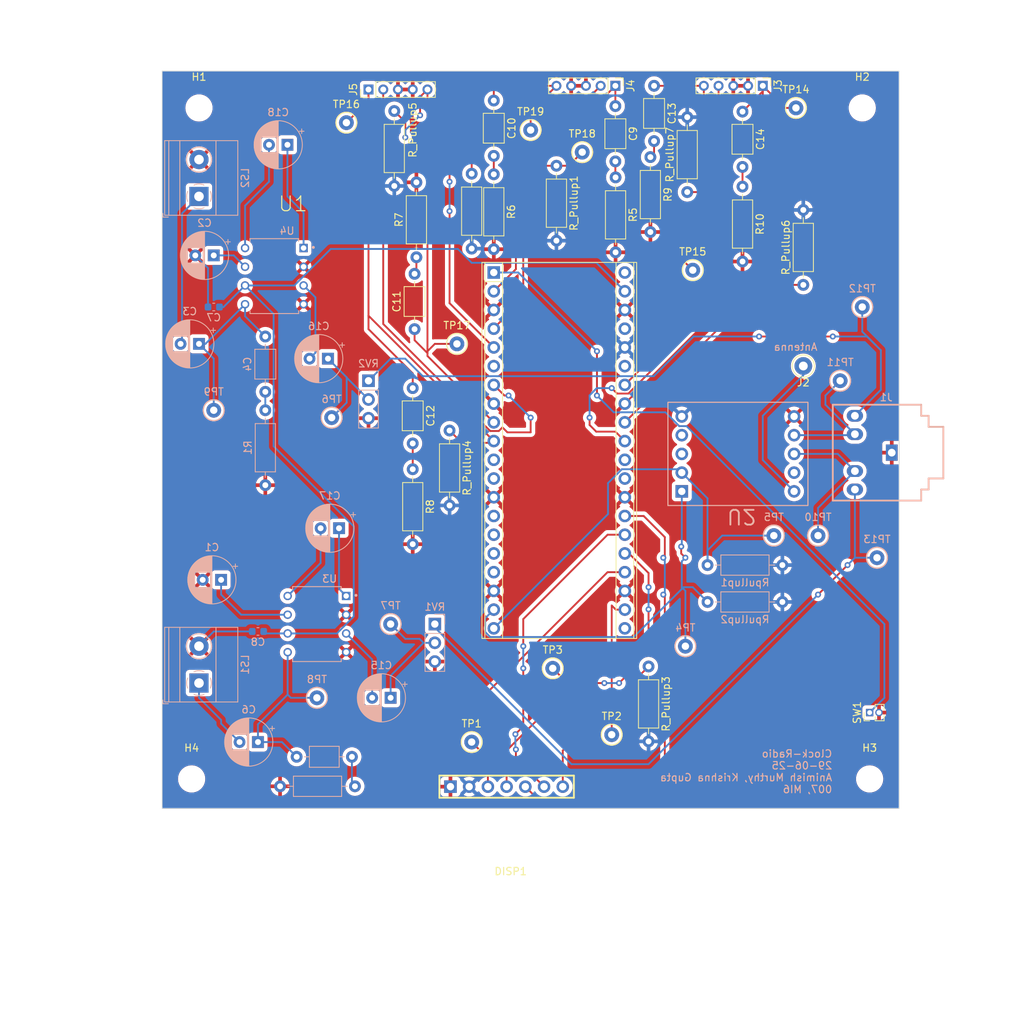
<source format=kicad_pcb>
(kicad_pcb (version 20221018) (generator pcbnew)
  (layers (0 "F.Cu" signal) (31 "B.Cu" signal) (34 "B.Paste" user) (35 "F.Paste" user) (36 "B.SilkS" user "B.Silkscreen") (37 "F.SilkS" user "F.Silkscreen") (38 "B.Mask" user) (39 "F.Mask" user) (44 "Edge.Cuts" user))
  (net 0 "")
  (net 1 "Net-(U3-BYPASS)")
  (net 2 "GND")
  (net 3 "Net-(U4-BYPASS)")
  (net 4 "Net-(C3-Pad2)")
  (net 5 "/ROUT")
  (net 6 "/LOUT")
  (net 7 "Net-(C11-Pad2)")
  (net 8 "Net-(C10-Pad2)")
  (net 9 "Net-(C13-Pad2)")
  (net 10 "Net-(C14-Pad2)")
  (net 11 "/3V3")
  (net 12 "/SCK")
  (net 13 "/SDA")
  (net 14 "/RES")
  (net 15 "/DC")
  (net 16 "/CS")
  (net 17 "/RSpeaker")
  (net 18 "/LSpeaker")
  (net 19 "Net-(J2-Pin_1)")
  (net 20 "/I2CSCK")
  (net 21 "/I2CTX")
  (net 22 "Net-(U3-+)")
  (net 23 "Net-(U4-+)")
  (net 24 "/SW1")
  (net 25 "/SW2")
  (net 26 "/SW3")
  (net 27 "/SW4")
  (net 28 "Net-(C3-Pad1)")
  (net 29 "Net-(C4-Pad2)")
  (net 30 "Net-(C5-Pad1)")
  (net 31 "Net-(C5-Pad2)")
  (net 32 "Net-(C6-Pad2)")
  (net 44 "+5V")
  (net 48 "Net-(C17-Pad1)")
  (net 49 "Net-(C17-Pad2)")
  (net 50 "Net-(C18-Pad1)")
  (net 51 "Net-(C18-Pad2)")
  (net 52 "/ROT1B")
  (net 53 "Net-(C9-Pad2)")
  (net 54 "/ROT1A")
  (net 55 "/ROT2A")
  (net 56 "/ROT2B")
  (net 57 "Net-(C12-Pad2)")
  (net 58 "/ROT3A")
  (net 59 "/ROT3B")
  (net 60 "5V")
  (net 61 "Net-(C15-Pad1)")
  (net 62 "Net-(C16-Pad1)")
  (footprint "Capacitor_THT:C_Axial_L3.8mm_D2.6mm_P7.50mm_Horizontal" (layer "F.Cu") (at 129.25 78.26 90)
    (fp_text reference "C11")
    (fp_text value "0.05 µF")
  )
  (footprint "Capacitor_THT:C_Axial_L3.8mm_D2.6mm_P7.50mm_Horizontal" (layer "F.Cu") (at 140 47.26 -90)
    (fp_text reference "C10")
    (fp_text value "0.05 µF")
  )
  (footprint "Capacitor_THT:C_Axial_L3.8mm_D2.6mm_P7.50mm_Horizontal" (layer "F.Cu") (at 161.75 45.26 -90)
    (fp_text reference "C13")
    (fp_text value "0.05 µF")
  )
  (footprint "Resistor_THT:R_Axial_DIN0207_L6.3mm_D2.5mm_P10.16mm_Horizontal" (layer "F.Cu") (at 166.25 59.67 90)
    (fp_text reference "R_Pullup7")
    (fp_text value "2kΩ")
  )
  (footprint "Resistor_THT:R_Axial_DIN0207_L6.3mm_D2.5mm_P10.16mm_Horizontal" (layer "F.Cu") (at 140 57.26 -90)
    (fp_text reference "R6")
    (fp_text value "10Ω")
  )
  (footprint "TestPoint:TestPoint_Keystone_5000-5004_Miniature" (layer "F.Cu") (at 156 133.26)
    (fp_text reference "TP2")
    (fp_text value "TestPoint")
  )
  (footprint "TestPoint:TestPoint_Keystone_5000-5004_Miniature" (layer "F.Cu") (at 152 54.26)
    (fp_text reference "TP18")
    (fp_text value "TestPoint")
  )
  (footprint "Capacitor_THT:C_Axial_L3.8mm_D2.6mm_P7.50mm_Horizontal" (layer "F.Cu") (at 173.75 48.76 -90)
    (fp_text reference "C14")
    (fp_text value "0.05 µF")
  )
  (footprint "Resistor_THT:R_Axial_DIN0207_L6.3mm_D2.5mm_P10.16mm_Horizontal" (layer "F.Cu") (at 126.5 48.68 -90)
    (fp_text reference "R_Pullup5")
    (fp_text value "2kΩ")
  )
  (footprint "Connector_PinHeader_2.00mm:PinHeader_1x05_P2.00mm_Vertical" (layer "F.Cu") (at 123 45.76 90)
    (fp_text reference "J5")
    (fp_text value "Conn_01x05")
  )
  (footprint "Resistor_THT:R_Axial_DIN0207_L6.3mm_D2.5mm_P10.16mm_Horizontal" (layer "F.Cu") (at 129 97.26 -90)
    (fp_text reference "R8")
    (fp_text value "10Ω")
  )
  (footprint "MountingHole:MountingHole_3.2mm_M3" (layer "F.Cu") (at 191 139.26)
    (fp_text reference "H3")
    (fp_text value "MountingHole")
  )
  (footprint "Resistor_THT:R_Axial_DIN0207_L6.3mm_D2.5mm_P10.16mm_Horizontal" (layer "F.Cu") (at 161 124.01 -90)
    (fp_text reference "R_Pullup3")
    (fp_text value "2kΩ")
  )
  (footprint "TestPoint:TestPoint_Keystone_5000-5004_Miniature" (layer "F.Cu") (at 145 51.26)
    (fp_text reference "TP19")
    (fp_text value "TestPoint")
  )
  (footprint "TestPoint:TestPoint_Keystone_5000-5004_Miniature" (layer "F.Cu") (at 181 48.26)
    (fp_text reference "TP14")
    (fp_text value "TestPoint")
  )
  (footprint "TestPoint:TestPoint_Keystone_5000-5004_Miniature" (layer "F.Cu") (at 120 50.26)
    (fp_text reference "TP16")
    (fp_text value "TestPoint")
  )
  (footprint "Resistor_THT:R_Axial_DIN0207_L6.3mm_D2.5mm_P10.16mm_Horizontal" (layer "F.Cu") (at 156.525236 57.679999 -90)
    (fp_text reference "R5")
    (fp_text value "10Ω")
  )
  (footprint "TestPoint:TestPoint_Keystone_5000-5004_Miniature" (layer "F.Cu") (at 148 124.26)
    (fp_text reference "TP3")
    (fp_text value "TestPoint")
  )
  (footprint "Connector_Pin:Pin_D1.0mm_L10.0mm_LooseFit" (layer "F.Cu") (at 182 83.26)
    (fp_text reference "J2")
    (fp_text value "Conn_01x01_Pin")
  )
  (footprint "Connector_PinHeader_2.00mm:PinHeader_1x05_P2.00mm_Vertical" (layer "F.Cu") (at 176.5 45.26 -90)
    (fp_text reference "J3")
    (fp_text value "Conn_01x05")
  )
  (footprint "ECE:RPi_Pico_TH" (layer "F.Cu") (at 148.89 94.71)
    (fp_text reference "U1")
    (fp_text value "RPi_Pico_TH")
  )
  (footprint "Resistor_THT:R_Axial_DIN0207_L6.3mm_D2.5mm_P10.16mm_Horizontal" (layer "F.Cu") (at 182 72.26 90)
    (fp_text reference "R_Pullup6")
    (fp_text value "2kΩ")
  )
  (footprint "ECE:OLED_Display_1.3" (layer "F.Cu") (at 124 172.26)
    (fp_text reference "DISP1")
    (fp_text value "OLED Display")
  )
  (footprint "MountingHole:MountingHole_3.2mm_M3" (layer "F.Cu") (at 100 48.26)
    (fp_text reference "H1")
    (fp_text value "MountingHole")
  )
  (footprint "Capacitor_THT:C_Axial_L3.8mm_D2.6mm_P7.50mm_Horizontal" (layer "F.Cu") (at 156.5 48.01 -90)
    (fp_text reference "C9")
    (fp_text value "0.05 µF")
  )
  (footprint "Connector_PinHeader_2.00mm:PinHeader_1x05_P2.00mm_Vertical" (layer "F.Cu") (at 156.5 45.26 -90)
    (fp_text reference "J4")
    (fp_text value "Conn_01x05")
  )
  (footprint "TestPoint:TestPoint_Keystone_5000-5004_Miniature" (layer "F.Cu") (at 167 70.26)
    (fp_text reference "TP15")
    (fp_text value "TestPoint")
  )
  (footprint "TestPoint:TestPoint_Keystone_5000-5004_Miniature" (layer "F.Cu") (at 135 80.26)
    (fp_text reference "TP17")
    (fp_text value "TestPoint")
  )
  (footprint "Capacitor_THT:C_Axial_L3.8mm_D2.6mm_P7.50mm_Horizontal" (layer "F.Cu") (at 129 86.26 -90)
    (fp_text reference "C12")
    (fp_text value "0.05 µF")
  )
  (footprint "Resistor_THT:R_Axial_DIN0207_L6.3mm_D2.5mm_P10.16mm_Horizontal" (layer "F.Cu") (at 134 92.01 -90)
    (fp_text reference "R_Pullup4")
    (fp_text value "2kΩ")
  )
  (footprint "Connector_PinHeader_1.27mm:PinHeader_1x02_P1.27mm_Vertical" (layer "F.Cu") (at 191 130.26 90)
    (fp_text reference "SW1")
    (fp_text value "SW_Push")
  )
  (footprint "MountingHole:MountingHole_3.2mm_M3" (layer "F.Cu") (at 190 48.26)
    (fp_text reference "H2")
    (fp_text value "MountingHole")
  )
  (footprint "Resistor_THT:R_Axial_DIN0207_L6.3mm_D2.5mm_P10.16mm_Horizontal" (layer "F.Cu") (at 161.25 54.93 -90)
    (fp_text reference "R9")
    (fp_text value "10Ω")
  )
  (footprint "MountingHole:MountingHole_3.2mm_M3" (layer "F.Cu") (at 99 139.26)
    (fp_text reference "H4")
    (fp_text value "MountingHole")
  )
  (footprint "Resistor_THT:R_Axial_DIN0207_L6.3mm_D2.5mm_P10.16mm_Horizontal" (layer "F.Cu") (at 148.5 56.1 -90)
    (fp_text reference "R_Pullup1")
    (fp_text value "2kΩ")
  )
  (footprint "Resistor_THT:R_Axial_DIN0207_L6.3mm_D2.5mm_P10.16mm_Horizontal" (layer "F.Cu") (at 173.75 58.93 -90)
    (fp_text reference "R10")
    (fp_text value "10Ω")
  )
  (footprint "Resistor_THT:R_Axial_DIN0207_L6.3mm_D2.5mm_P10.16mm_Horizontal" (layer "F.Cu") (at 137 57.18 -90)
    (fp_text reference "R_Pullup2" hide)
    (fp_text value "2kΩ")
  )
  (footprint "TestPoint:TestPoint_Keystone_5000-5004_Miniature" (layer "F.Cu") (at 137 134.26)
    (fp_text reference "TP1")
    (fp_text value "TestPoint")
  )
  (footprint "Resistor_THT:R_Axial_DIN0207_L6.3mm_D2.5mm_P10.16mm_Horizontal" (layer "F.Cu") (at 129.5 68.51 90)
    (fp_text reference "R7")
    (fp_text value "10Ω")
  )
  (footprint "Resistor_THT:R_Axial_DIN0207_L6.3mm_D2.5mm_P10.16mm_Horizontal" (layer "B.Cu") (at 121.16 140.26 180)
    (fp_text reference "R2" hide)
    (fp_text value "10Ω")
  )
  (footprint "Capacitor_THT:CP_Radial_D6.3mm_P2.50mm" (layer "B.Cu") (at 103 112.26 180)
    (fp_text reference "C1")
    (fp_text value "10 µF")
  )
  (footprint "Connector_PinHeader_2.54mm:PinHeader_1x03_P2.54mm_Vertical" (layer "B.Cu") (at 123 85.26 180)
    (fp_text reference "RV2")
    (fp_text value "10kΩ")
  )
  (footprint "TestPoint:TestPoint_Keystone_5000-5004_Miniature" (layer "B.Cu") (at 190 75.26 180)
    (fp_text reference "TP12")
    (fp_text value "TestPoint")
  )
  (footprint "Capacitor_THT:CP_Radial_D6.3mm_P2.50mm" (layer "B.Cu") (at 108 134.26 180)
    (fp_text reference "C6")
    (fp_text value "470 µF")
  )
  (footprint "TestPoint:TestPoint_Keystone_5000-5004_Miniature" (layer "B.Cu") (at 166 121.26 180)
    (fp_text reference "TP4")
    (fp_text value "TestPoint")
  )
  (footprint "ECE:RDA5807M_Module_TH" (layer "B.Cu") (at 173.13 95.18)
    (fp_text reference "U2")
    (fp_text value "RDA5807M_Module")
  )
  (footprint "Capacitor_SMD:C_0603_1608Metric" (layer "B.Cu") (at 102 75.26)
    (fp_text reference "C7")
    (fp_text value "0.1 µF")
  )
  (footprint "LM386N_4:DIP794W45P254L1016H508Q8" (layer "B.Cu") (at 116 118.26 180)
    (fp_text reference "U3")
    (fp_text value "LM386")
  )
  (footprint "TestPoint:TestPoint_Keystone_5000-5004_Miniature" (layer "B.Cu") (at 178 106.26 180)
    (fp_text reference "TP5")
    (fp_text value "TestPoint")
  )
  (footprint "Capacitor_THT:CP_Radial_D6.3mm_P2.50mm" (layer "B.Cu") (at 100 80.26 180)
    (fp_text reference "C3")
    (fp_text value "470 µF")
  )
  (footprint "Capacitor_THT:CP_Radial_D6.3mm_P2.50mm" (layer "B.Cu") (at 112 53.26 180)
    (fp_text reference "C18")
    (fp_text value "10 µF")
  )
  (footprint "TestPoint:TestPoint_Keystone_5000-5004_Miniature" (layer "B.Cu") (at 192 109.26 180)
    (fp_text reference "TP13")
    (fp_text value "TestPoint")
  )
  (footprint "TestPoint:TestPoint_Keystone_5000-5004_Miniature" (layer "B.Cu") (at 118 90.26 180)
    (fp_text reference "TP6")
    (fp_text value "TestPoint")
  )
  (footprint "TestPoint:TestPoint_Keystone_5000-5004_Miniature" (layer "B.Cu") (at 102 89.26 180)
    (fp_text reference "TP9")
    (fp_text value "TestPoint")
  )
  (footprint "Capacitor_THT:C_Axial_L3.8mm_D2.6mm_P7.50mm_Horizontal" (layer "B.Cu") (at 109 79.26 -90)
    (fp_text reference "C4")
    (fp_text value "0.05 µF")
  )
  (footprint "LM386N_4:DIP794W45P254L1016H508Q8" (layer "B.Cu") (at 110.22 71.07 180)
    (fp_text reference "U4")
    (fp_text value "LM386")
  )
  (footprint "TestPoint:TestPoint_Keystone_5000-5004_Miniature" (layer "B.Cu") (at 126 118.26 180)
    (fp_text reference "TP7")
    (fp_text value "TestPoint")
  )
  (footprint "Capacitor_THT:C_Axial_L3.8mm_D2.6mm_P7.50mm_Horizontal" (layer "B.Cu") (at 113.25 136.26)
    (fp_text reference "C5" hide)
    (fp_text value "0.05 µF")
  )
  (footprint "TestPoint:TestPoint_Keystone_5000-5004_Miniature" (layer "B.Cu") (at 184 106.26 180)
    (fp_text reference "TP10")
    (fp_text value "TestPoint")
  )
  (footprint "Capacitor_THT:CP_Radial_D6.3mm_P2.50mm" (layer "B.Cu") (at 119 105.26 180)
    (fp_text reference "C17")
    (fp_text value "10 µF")
  )
  (footprint "Capacitor_THT:CP_Radial_D6.3mm_P2.50mm" (layer "B.Cu") (at 117.5 82.26 180)
    (fp_text reference "C16")
    (fp_text value "470 µF")
  )
  (footprint "Resistor_THT:R_Axial_DIN0207_L6.3mm_D2.5mm_P10.16mm_Horizontal" (layer "B.Cu") (at 109 89.26 -90)
    (fp_text reference "R1")
    (fp_text value "10Ω")
  )
  (footprint "ECE:CUE_SJ1-352XNG" (layer "B.Cu") (at 194 95.01 180)
    (fp_text reference "J1")
    (fp_text value "Jack")
  )
  (footprint "TestPoint:TestPoint_Keystone_5000-5004_Miniature" (layer "B.Cu") (at 116 128.26 180)
    (fp_text reference "TP8")
    (fp_text value "TestPoint")
  )
  (footprint "TerminalBlock_Phoenix:TerminalBlock_Phoenix_MKDS-1,5-2_1x02_P5.00mm_Horizontal" (layer "B.Cu") (at 100 126.26 90)
    (fp_text reference "LS1")
    (fp_text value "Speaker")
  )
  (footprint "Capacitor_THT:CP_Radial_D6.3mm_P2.50mm" (layer "B.Cu") (at 126 128.26 180)
    (fp_text reference "C15")
    (fp_text value "470 µF")
  )
  (footprint "Resistor_THT:R_Axial_DIN0207_L6.3mm_D2.5mm_P10.16mm_Horizontal" (layer "B.Cu") (at 169 110.26)
    (fp_text reference "Rpullup1")
    (fp_text value "2k")
  )
  (footprint "Connector_PinHeader_2.54mm:PinHeader_1x03_P2.54mm_Vertical" (layer "B.Cu") (at 132 118.26 180)
    (fp_text reference "RV1")
    (fp_text value "10kΩ")
  )
  (footprint "Resistor_THT:R_Axial_DIN0207_L6.3mm_D2.5mm_P10.16mm_Horizontal" (layer "B.Cu") (at 169 115.26)
    (fp_text reference "Rpullup2")
    (fp_text value "2k")
  )
  (footprint "Capacitor_THT:CP_Radial_D6.3mm_P2.50mm" (layer "B.Cu") (at 102 68.26 180)
    (fp_text reference "C2")
    (fp_text value "10 µF")
  )
  (footprint "TerminalBlock_Phoenix:TerminalBlock_Phoenix_MKDS-1,5-2_1x02_P5.00mm_Horizontal" (layer "B.Cu") (at 100 60.26 90)
    (fp_text reference "LS2")
    (fp_text value "Speaker")
  )
  (footprint "TestPoint:TestPoint_Keystone_5000-5004_Miniature" (layer "B.Cu") (at 187 85.26 180)
    (fp_text reference "TP11")
    (fp_text value "TestPoint")
  )
  (footprint "Capacitor_SMD:C_0603_1608Metric" (layer "B.Cu") (at 108 119.26)
    (fp_text reference "C8")
    (fp_text value "0.1 µF")
  )
  (gr_rect (start 95 43.26) (end 195 143.26) (stroke (width 0.1)) (fill none) (layer "Edge.Cuts"))
  (gr_text "Antenna" (at 184 81.26) (layer "B.SilkS") (effects (font (size 1 1)) (justify left bottom mirror)))
  (gr_text "Clock-Radio\n29-06-25\nAnimish Murthy, Krishna Gupta\n007, MI6" (at 186 141.26) (layer "B.SilkS") (effects (font (size 1 1)) (justify left bottom mirror)))
  (segment (start 105.73 116.99) (end 103 114.26) (width 0.25) (layer "B.Cu") (net 1))
  (segment (start 112.03 116.99) (end 105.73 116.99) (width 0.25) (layer "B.Cu") (net 1))
  (segment (start 103 114.26) (end 103 112.26) (width 0.25) (layer "B.Cu") (net 1))
  (segment (start 157.78 88.36) (end 173.75 72.39) (width 0.25) (layer "F.Cu") (net 2))
  (segment (start 173.75 72.39) (end 173.75 69.09) (width 0.25) (layer "F.Cu") (net 2))
  (segment (start 101.225 69.985) (end 99.5 68.26) (width 0.25) (layer "B.Cu") (net 2))
  (segment (start 101.225 75.26) (end 101.225 69.985) (width 0.25) (layer "B.Cu") (net 2))
  (segment (start 107.225 119.26) (end 102 119.26) (width 0.25) (layer "B.Cu") (net 2))
  (segment (start 102 119.26) (end 100 121.26) (width 0.25) (layer "B.Cu") (net 2))
  (segment (start 102 68.26) (end 104.71 68.26) (width 0.25) (layer "B.Cu") (net 3))
  (segment (start 104.71 68.26) (end 106.25 69.8) (width 0.25) (layer "B.Cu") (net 3))
  (segment (start 97.695 62.565) (end 97.695 80.065) (width 0.25) (layer "B.Cu") (net 4))
  (segment (start 97.695 80.065) (end 97.5 80.26) (width 0.25) (layer "B.Cu") (net 4))
  (segment (start 100 60.26) (end 97.695 62.565) (width 0.25) (layer "B.Cu") (net 4))
  (segment (start 189 92.51) (end 185 88.51) (width 0.25) (layer "B.Cu") (net 5))
  (segment (start 185 88.51) (end 185 87.26) (width 0.25) (layer "B.Cu") (net 5))
  (segment (start 185 87.26) (end 187 85.26) (width 0.25) (layer "B.Cu") (net 5))
  (segment (start 188.87 92.64) (end 189 92.51) (width 0.25) (layer "B.Cu") (net 5))
  (segment (start 180.75 92.64) (end 188.87 92.64) (width 0.25) (layer "B.Cu") (net 5))
  (segment (start 184 102.51) (end 189 97.51) (width 0.25) (layer "B.Cu") (net 6))
  (segment (start 184 106.26) (end 184 102.51) (width 0.25) (layer "B.Cu") (net 6))
  (segment (start 186.67 95.18) (end 189 97.51) (width 0.25) (layer "B.Cu") (net 6))
  (segment (start 180.75 95.18) (end 186.67 95.18) (width 0.25) (layer "B.Cu") (net 6))
  (segment (start 129.5 70.51) (end 129.5 68.51) (width 0.25) (layer "F.Cu") (net 7))
  (segment (start 129.25 70.76) (end 129.5 70.51) (width 0.25) (layer "F.Cu") (net 7))
  (segment (start 140 54.76) (end 140 57.26) (width 0.25) (layer "F.Cu") (net 8))
  (segment (start 161.75 52.76) (end 161.75 54.43) (width 0.25) (layer "F.Cu") (net 9))
  (segment (start 161.75 54.43) (end 161.25 54.93) (width 0.25) (layer "F.Cu") (net 9))
  (segment (start 173.75 56.26) (end 173.75 58.93) (width 0.25) (layer "F.Cu") (net 10))
  (segment (start 139 136.26) (end 139.2 136.26) (width 0.25) (layer "F.Cu") (net 12))
  (segment (start 139.2 136.26) (end 139.2 140.31) (width 0.25) (layer "F.Cu") (net 12))
  (segment (start 139.2 127.46) (end 139.2 136.26) (width 0.25) (layer "F.Cu") (net 12))
  (segment (start 137 134.26) (end 139 136.26) (width 0.25) (layer "F.Cu") (net 12))
  (segment (start 155.44 111.22) (end 157.78 111.22) (width 0.25) (layer "F.Cu") (net 12))
  (segment (start 139.2 127.46) (end 155.44 111.22) (width 0.25) (layer "F.Cu") (net 12))
  (segment (start 159.065 122.195) (end 161 120.26) (width 0.25) (layer "F.Cu") (net 13))
  (segment (start 155 126.26) (end 150.89 126.26) (width 0.25) (layer "F.Cu") (net 13))
  (segment (start 141.74 135.41) (end 141.74 140.31) (width 0.25) (layer "F.Cu") (net 13))
  (segment (start 157 126.26) (end 159.065 124.195) (width 0.25) (layer "F.Cu") (net 13))
  (segment (start 159.065 124.195) (end 159.065 122.195) (width 0.25) (layer "F.Cu") (net 13))
  (segment (start 148 124.26) (end 150 126.26) (width 0.25) (layer "F.Cu") (net 13))
  (segment (start 150 126.26) (end 150.89 126.26) (width 0.25) (layer "F.Cu") (net 13))
  (segment (start 161 113.26) (end 161 111.34) (width 0.25) (layer "F.Cu") (net 13))
  (segment (start 150.89 126.26) (end 141.74 135.41) (width 0.25) (layer "F.Cu") (net 13))
  (segment (start 161 111.34) (end 158.34 108.68) (width 0.25) (layer "F.Cu") (net 13))
  (segment (start 161 120.26) (end 161 116.26) (width 0.25) (layer "F.Cu") (net 13))
  (via (at 155 126.26) (size 0.8) (drill 0.4) (layers "F.Cu" "B.Cu") (net 13))
  (via (at 161 113.26) (size 0.8) (drill 0.4) (layers "F.Cu" "B.Cu") (net 13))
  (via (at 161 116.26) (size 0.8) (drill 0.4) (layers "F.Cu" "B.Cu") (net 13))
  (via (at 157 126.26) (size 0.8) (drill 0.4) (layers "F.Cu" "B.Cu") (net 13))
  (segment (start 161 116.26) (end 161 113.26) (width 0.25) (layer "B.Cu") (net 13))
  (segment (start 157 126.26) (end 155 126.26) (width 0.25) (layer "B.Cu") (net 13))
  (segment (start 163 114.26) (end 163.205 114.465) (width 0.25) (layer "F.Cu") (net 14))
  (segment (start 163.205 114.055) (end 163 114.26) (width 0.25) (layer "F.Cu") (net 14))
  (segment (start 163 109.26) (end 163.205 109.465) (width 0.25) (layer "F.Cu") (net 14))
  (segment (start 163.205 136.93) (end 157.9 142.235) (width 0.25) (layer "F.Cu") (net 14))
  (segment (start 160.34 103.6) (end 157.78 103.6) (width 0.25) (layer "F.Cu") (net 14))
  (segment (start 163.205 114.465) (end 163.205 136.93) (width 0.25) (layer "F.Cu") (net 14))
  (segment (start 163.205 106.465) (end 163.205 109.055) (width 0.25) (layer "F.Cu") (net 14))
  (segment (start 163.205 106.465) (end 160.34 103.6) (width 0.25) (layer "F.Cu") (net 14))
  (segment (start 157.9 142.235) (end 146.205 142.235) (width 0.25) (layer "F.Cu") (net 14))
  (segment (start 163.205 109.055) (end 163 109.26) (width 0.25) (layer "F.Cu") (net 14))
  (segment (start 146.205 142.235) (end 144.28 140.31) (width 0.25) (layer "F.Cu") (net 14))
  (via (at 163 114.26) (size 0.8) (drill 0.4) (layers "F.Cu" "B.Cu") (net 14))
  (via (at 163 109.26) (size 0.8) (drill 0.4) (layers "F.Cu" "B.Cu") (net 14))
  (segment (start 163.205 109.465) (end 163.205 114.055) (width 0.25) (layer "B.Cu") (net 14))
  (segment (start 155.44 106.14) (end 157.78 106.14) (width 0.25) (layer "F.Cu") (net 15))
  (segment (start 144 117.58) (end 155.44 106.14) (width 0.25) (layer "F.Cu") (net 15))
  (segment (start 143 135.26) (end 143 136.49) (width 0.25) (layer "F.Cu") (net 15))
  (segment (start 144 132.124694) (end 142.932347 133.192347) (width 0.25) (layer "F.Cu") (net 15))
  (segment (start 144 124.26) (end 144 132.124694) (width 0.25) (layer "F.Cu") (net 15))
  (segment (start 144 117.58) (end 144 121.26) (width 0.25) (layer "F.Cu") (net 15))
  (segment (start 143 136.49) (end 146.82 140.31) (width 0.25) (layer "F.Cu") (net 15))
  (via (at 144 124.26) (size 0.8) (drill 0.4) (layers "F.Cu" "B.Cu") (net 15))
  (via (at 142.932347 133.192347) (size 0.8) (drill 0.4) (layers "F.Cu" "B.Cu") (net 15))
  (via (at 144 121.26) (size 0.8) (drill 0.4) (layers "F.Cu" "B.Cu") (net 15))
  (via (at 143 135.26) (size 0.8) (drill 0.4) (layers "F.Cu" "B.Cu") (net 15))
  (segment (start 142.932347 133.192347) (end 142.932347 135.192347) (width 0.25) (layer "B.Cu") (net 15))
  (segment (start 144 121.26) (end 144 124.26) (width 0.25) (layer "B.Cu") (net 15))
  (segment (start 142.932347 135.192347) (end 143 135.26) (width 0.25) (layer "B.Cu") (net 15))
  (segment (start 161 124.01) (end 156.75 128.26) (width 0.25) (layer "F.Cu") (net 16))
  (segment (start 156.56 116.3) (end 157.78 116.3) (width 0.25) (layer "F.Cu") (net 16))
  (segment (start 156 128.26) (end 156 128.77) (width 0.25) (layer "F.Cu") (net 16))
  (segment (start 149.36 135.41) (end 149.36 140.31) (width 0.25) (layer "F.Cu") (net 16))
  (segment (start 156 115.74) (end 156.56 116.3) (width 0.25) (layer "F.Cu") (net 16))
  (segment (start 156 128.26) (end 156 115.74) (width 0.25) (layer "F.Cu") (net 16))
  (segment (start 156 128.26) (end 156 133.26) (width 0.25) (layer "F.Cu") (net 16))
  (segment (start 156 128.77) (end 149.36 135.41) (width 0.25) (layer "F.Cu") (net 16))
  (segment (start 156.75 128.26) (end 156 128.26) (width 0.25) (layer "F.Cu") (net 16))
  (segment (start 176 79.26) (end 186 79.26) (width 0.25) (layer "F.Cu") (net 17))
  (via (at 176 79.26) (size 0.8) (drill 0.4) (layers "F.Cu" "B.Cu") (net 17))
  (via (at 186 79.26) (size 0.8) (drill 0.4) (layers "F.Cu" "B.Cu") (net 17))
  (segment (start 167.101701 79.26) (end 161.716701 84.645) (width 0.25) (layer "B.Cu") (net 17))
  (segment (start 190 75.26) (end 190 78.603324) (width 0.25) (layer "B.Cu") (net 17))
  (segment (start 130.365 84.645) (end 127.98 82.26) (width 0.25) (layer "B.Cu") (net 17))
  (segment (start 176 79.26) (end 167.101701 79.26) (width 0.25) (layer "B.Cu") (net 17))
  (segment (start 126 82.26) (end 123 85.26) (width 0.25) (layer "B.Cu") (net 17))
  (segment (start 189 90.01) (end 192.525 86.485) (width 0.25) (layer "B.Cu") (net 17))
  (segment (start 191.828338 80.431662) (end 190.656676 79.26) (width 0.25) (layer "B.Cu") (net 17))
  (segment (start 161.716701 84.645) (end 130.365 84.645) (width 0.25) (layer "B.Cu") (net 17))
  (segment (start 190.656676 79.26) (end 186 79.26) (width 0.25) (layer "B.Cu") (net 17))
  (segment (start 190 78.603324) (end 191.828338 80.431662) (width 0.25) (layer "B.Cu") (net 17))
  (segment (start 192.525 81.128324) (end 191.828338 80.431662) (width 0.25) (layer "B.Cu") (net 17))
  (segment (start 127.98 82.26) (end 126 82.26) (width 0.25) (layer "B.Cu") (net 17))
  (segment (start 192.525 86.485) (end 192.525 81.128324) (width 0.25) (layer "B.Cu") (net 17))
  (segment (start 184 114.26) (end 188 110.26) (width 0.25) (layer "F.Cu") (net 18))
  (via (at 184 114.26) (size 0.8) (drill 0.4) (layers "F.Cu" "B.Cu") (net 18))
  (via (at 188 110.26) (size 0.8) (drill 0.4) (layers "F.Cu" "B.Cu") (net 18))
  (segment (start 161 137.26) (end 184 114.26) (width 0.25) (layer "B.Cu") (net 18))
  (segment (start 192 109.26) (end 189 109.26) (width 0.25) (layer "B.Cu") (net 18))
  (segment (start 188 110.26) (end 189 109.26) (width 0.25) (layer "B.Cu") (net 18))
  (segment (start 150.54 137.26) (end 161 137.26) (width 0.25) (layer "B.Cu") (net 18))
  (segment (start 189 109.26) (end 189 100.01) (width 0.25) (layer "B.Cu") (net 18))
  (segment (start 132 118.26) (end 132 118.72) (width 0.25) (layer "B.Cu") (net 18))
  (segment (start 132 118.72) (end 150.54 137.26) (width 0.25) (layer "B.Cu") (net 18))
  (segment (start 176.5 90.01) (end 182 84.51) (width 0.25) (layer "B.Cu") (net 19))
  (segment (start 176.5 96.01) (end 176.5 90.01) (width 0.25) (layer "B.Cu") (net 19))
  (segment (start 182 84.51) (end 182 83.26) (width 0.25) (layer "B.Cu") (net 19))
  (segment (start 180.75 100.26) (end 176.5 96.01) (width 0.25) (layer "B.Cu") (net 19))
  (segment (start 178 106.26) (end 171 106.26) (width 0.25) (layer "B.Cu") (net 20))
  (segment (start 165.51 97.72) (end 169 101.21) (width 0.25) (layer "B.Cu") (net 20))
  (segment (start 171 106.26) (end 169 108.26) (width 0.25) (layer "B.Cu") (net 20))
  (segment (start 165.05 97.26) (end 165.51 97.72) (width 0.25) (layer "B.Cu") (net 20))
  (segment (start 169 101.21) (end 169 110.26) (width 0.25) (layer "B.Cu") (net 20))
  (segment (start 157.378299 97.26) (end 165.05 97.26) (width 0.25) (layer "B.Cu") (net 20))
  (segment (start 155.5 103.34) (end 155.5 99.138299) (width 0.25) (layer "B.Cu") (net 20))
  (segment (start 155.5 99.138299) (end 157.378299 97.26) (width 0.25) (layer "B.Cu") (net 20))
  (segment (start 169 108.26) (end 169 110.26) (width 0.25) (layer "B.Cu") (net 20))
  (segment (start 140 118.84) (end 155.5 103.34) (width 0.25) (layer "B.Cu") (net 20))
  (segment (start 165.431735 108.691735) (end 166 109.26) (width 0.25) (layer "F.Cu") (net 21))
  (segment (start 165.431735 107.746567) (end 165.431735 108.691735) (width 0.25) (layer "F.Cu") (net 21))
  (via (at 166 109.26) (size 0.8) (drill 0.4) (layers "F.Cu" "B.Cu") (net 21))
  (via (at 165.431735 107.746567) (size 0.8) (drill 0.4) (layers "F.Cu" "B.Cu") (net 21))
  (segment (start 165.431735 107.746567) (end 165.51 107.668302) (width 0.25) (layer "B.Cu") (net 21))
  (segment (start 165.51 109.75) (end 166 109.26) (width 0.25) (layer "B.Cu") (net 21))
  (segment (start 165.51 107.668302) (end 165.51 100.26) (width 0.25) (layer "B.Cu") (net 21))
  (segment (start 140 116.3) (end 138.825 117.475) (width 0.25) (layer "B.Cu") (net 21))
  (segment (start 165.51 113.26) (end 165.51 109.75) (width 0.25) (layer "B.Cu") (net 21))
  (segment (start 165.51 113.5) (end 165.51 113.26) (width 0.25) (layer "B.Cu") (net 21))
  (segment (start 165.75 113.26) (end 167 113.26) (width 0.25) (layer "B.Cu") (net 21))
  (segment (start 158.995 120.015) (end 165.51 113.5) (width 0.25) (layer "B.Cu") (net 21))
  (segment (start 138.825 119.326701) (end 139.513299 120.015) (width 0.25) (layer "B.Cu") (net 21))
  (segment (start 165.51 113.5) (end 165.75 113.26) (width 0.25) (layer "B.Cu") (net 21))
  (segment (start 139.513299 120.015) (end 158.995 120.015) (width 0.25) (layer "B.Cu") (net 21))
  (segment (start 166 121.26) (end 166 113.75) (width 0.25) (layer "B.Cu") (net 21))
  (segment (start 167 113.26) (end 169 115.26) (width 0.25) (layer "B.Cu") (net 21))
  (segment (start 165.51 107.824832) (end 165.431735 107.746567) (width 0.25) (layer "B.Cu") (net 21))
  (segment (start 166 113.75) (end 165.51 113.26) (width 0.25) (layer "B.Cu") (net 21))
  (segment (start 138.825 117.475) (end 138.825 119.326701) (width 0.25) (layer "B.Cu") (net 21))
  (segment (start 123.5 128.26) (end 123.5 123.06) (width 0.25) (layer "B.Cu") (net 22))
  (segment (start 123.5 123.06) (end 119.97 119.53) (width 0.25) (layer "B.Cu") (net 22))
  (segment (start 115.799999 81.460001) (end 115.799999 73.949999) (width 0.25) (layer "B.Cu") (net 23))
  (segment (start 115 82.26) (end 115.799999 81.460001) (width 0.25) (layer "B.Cu") (net 23))
  (segment (start 115.799999 73.949999) (end 114.19 72.34) (width 0.25) (layer "B.Cu") (net 23))
  (segment (start 154 81.26) (end 154 87.26) (width 0.25) (layer "F.Cu") (net 24))
  (via (at 154 87.26) (size 0.8) (drill 0.4) (layers "F.Cu" "B.Cu") (net 24))
  (via (at 154 81.26) (size 0.8) (drill 0.4) (layers "F.Cu" "B.Cu") (net 24))
  (segment (start 163.283299 89.535) (end 165.160647 91.412348) (width 0.25) (layer "B.Cu") (net 24))
  (segment (start 193 128.26) (end 191 130.26) (width 0.25) (layer "B.Cu") (net 24))
  (segment (start 166.152348 91.412348) (end 193 118.26) (width 0.25) (layer "B.Cu") (net 24))
  (segment (start 154 87.26) (end 156.275 89.535) (width 0.25) (layer "B.Cu") (net 24))
  (segment (start 165.160647 91.412348) (end 166.152348 91.412348) (width 0.25) (layer "B.Cu") (net 24))
  (segment (start 156.275 89.535) (end 163.283299 89.535) (width 0.25) (layer "B.Cu") (net 24))
  (segment (start 193 118.26) (end 193 128.26) (width 0.25) (layer "B.Cu") (net 24))
  (segment (start 143.32 70.58) (end 154 81.26) (width 0.25) (layer "B.Cu") (net 24))
  (segment (start 140 70.58) (end 143.32 70.58) (width 0.25) (layer "B.Cu") (net 24))
  (segment (start 143 56.76) (end 143 70.12) (width 0.25) (layer "F.Cu") (net 25))
  (segment (start 143 70.12) (end 140 73.12) (width 0.25) (layer "F.Cu") (net 25))
  (segment (start 154.5 45.26) (end 143 56.76) (width 0.25) (layer "F.Cu") (net 25))
  (segment (start 156.5 92.16) (end 153.9 92.16) (width 0.25) (layer "F.Cu") (net 26))
  (segment (start 153 91.26) (end 153 90.26) (width 0.25) (layer "F.Cu") (net 26))
  (segment (start 158.266701 86.995) (end 170 75.261701) (width 0.25) (layer "F.Cu") (net 26))
  (segment (start 153.9 92.16) (end 153 91.26) (width 0.25) (layer "F.Cu") (net 26))
  (segment (start 170 59.76) (end 170.5 59.26) (width 0.25) (layer "F.Cu") (net 26))
  (segment (start 156.735 86.995) (end 158.266701 86.995) (width 0.25) (layer "F.Cu") (net 26))
  (segment (start 170.5 59.26) (end 170.5 45.26) (width 0.25) (layer "F.Cu") (net 26))
  (segment (start 157.78 93.44) (end 156.5 92.16) (width 0.25) (layer "F.Cu") (net 26))
  (segment (start 170 75.26) (end 170 59.76) (width 0.25) (layer "F.Cu") (net 26))
  (segment (start 156 86.26) (end 156.735 86.995) (width 0.25) (layer "F.Cu") (net 26))
  (segment (start 170 75.261701) (end 170 75.26) (width 0.25) (layer "F.Cu") (net 26))
  (via (at 156 86.26) (size 0.8) (drill 0.4) (layers "F.Cu" "B.Cu") (net 26))
  (via (at 153 90.26) (size 0.8) (drill 0.4) (layers "F.Cu" "B.Cu") (net 26))
  (segment (start 153 90.26) (end 153 87.234695) (width 0.25) (layer "B.Cu") (net 26))
  (segment (start 153.974695 86.26) (end 156 86.26) (width 0.25) (layer "B.Cu") (net 26))
  (segment (start 153 87.234695) (end 153.974695 86.26) (width 0.25) (layer "B.Cu") (net 26))
  (segment (start 140 85.82) (end 141.44 87.26) (width 0.25) (layer "F.Cu") (net 27))
  (segment (start 141.44 87.26) (end 142 87.26) (width 0.25) (layer "F.Cu") (net 27))
  (segment (start 140.685 92.075) (end 139.513299 92.075) (width 0.25) (layer "F.Cu") (net 27))
  (segment (start 145 92.26) (end 141.85 92.26) (width 0.25) (layer "F.Cu") (net 27))
  (segment (start 145 90.26) (end 145 92.26) (width 0.25) (layer "F.Cu") (net 27))
  (segment (start 141.175 91.585) (end 140.685 92.075) (width 0.25) (layer "F.Cu") (net 27))
  (segment (start 139.513299 92.075) (end 125 77.561701) (width 0.25) (layer "F.Cu") (net 27))
  (segment (start 141.85 92.26) (end 141.175 91.585) (width 0.25) (layer "F.Cu") (net 27))
  (segment (start 125 77.561701) (end 125 45.76) (width 0.25) (layer "F.Cu") (net 27))
  (via (at 145 90.26) (size 0.8) (drill 0.4) (layers "F.Cu" "B.Cu") (net 27))
  (via (at 142 87.26) (size 0.8) (drill 0.4) (layers "F.Cu" "B.Cu") (net 27))
  (segment (start 142 87.26) (end 145 90.26) (width 0.25) (layer "B.Cu") (net 27))
  (segment (start 102 89.26) (end 102 82.26) (width 0.25) (layer "B.Cu") (net 28))
  (segment (start 102 82.26) (end 100 80.26) (width 0.25) (layer "B.Cu") (net 28))
  (segment (start 100 80.26) (end 100.87 80.26) (width 0.25) (layer "B.Cu") (net 28))
  (segment (start 106.25 76.51) (end 106.25 74.88) (width 0.25) (layer "B.Cu") (net 28))
  (segment (start 100.87 80.26) (end 106.25 74.88) (width 0.25) (layer "B.Cu") (net 28))
  (segment (start 109 79.26) (end 106.25 76.51) (width 0.25) (layer "B.Cu") (net 28))
  (segment (start 109 86.76) (end 109 89.26) (width 0.25) (layer "B.Cu") (net 29))
  (segment (start 108 134.26) (end 108 131.85) (width 0.25) (layer "B.Cu") (net 30))
  (segment (start 111.25 134.26) (end 113.25 136.26) (width 0.25) (layer "B.Cu") (net 30))
  (segment (start 116 128.26) (end 112.47 128.26) (width 0.25) (layer "B.Cu") (net 30))
  (segment (start 112.47 128.26) (end 112.03 127.82) (width 0.25) (layer "B.Cu") (net 30))
  (segment (start 108 131.85) (end 112.03 127.82) (width 0.25) (layer "B.Cu") (net 30))
  (segment (start 108 134.26) (end 111.25 134.26) (width 0.25) (layer "B.Cu") (net 30))
  (segment (start 112.03 127.82) (end 112.03 122.07) (width 0.25) (layer "B.Cu") (net 30))
  (segment (start 120.75 136.26) (end 120.75 139.85) (width 0.25) (layer "B.Cu") (net 31))
  (segment (start 120.75 139.85) (end 121.16 140.26) (width 0.25) (layer "B.Cu") (net 31))
  (segment (start 103 131.26) (end 103 131.76) (width 0.25) (layer "B.Cu") (net 32))
  (segment (start 100 126.26) (end 100 128.26) (width 0.25) (layer "B.Cu") (net 32))
  (segment (start 103 131.76) (end 105.5 134.26) (width 0.25) (layer "B.Cu") (net 32))
  (segment (start 100 128.26) (end 103 131.26) (width 0.25) (layer "B.Cu") (net 32))
  (segment (start 119 113.48) (end 119.97 114.45) (width 0.25) (layer "B.Cu") (net 48))
  (segment (start 119 105.26) (end 119 113.48) (width 0.25) (layer "B.Cu") (net 48))
  (segment (start 116.5 109.98) (end 112.03 114.45) (width 0.25) (layer "B.Cu") (net 49))
  (segment (start 116.5 105.26) (end 116.5 109.98) (width 0.25) (layer "B.Cu") (net 49))
  (segment (start 112 53.26) (end 112 60.26) (width 0.25) (layer "B.Cu") (net 50))
  (segment (start 114.19 62.45) (end 114.19 67.26) (width 0.25) (layer "B.Cu") (net 50))
  (segment (start 112 60.26) (end 114.19 62.45) (width 0.25) (layer "B.Cu") (net 50))
  (segment (start 106.25 61.51) (end 109.5 58.26) (width 0.25) (layer "B.Cu") (net 51))
  (segment (start 106.25 67.26) (end 106.25 61.51) (width 0.25) (layer "B.Cu") (net 51))
  (segment (start 109.5 58.26) (end 109.5 53.26) (width 0.25) (layer "B.Cu") (net 51))
  (segment (start 156.5 48.01) (end 156.5 45.26) (width 0.25) (layer "F.Cu") (net 52))
  (segment (start 156.5 45.26) (end 144 57.76) (width 0.25) (layer "F.Cu") (net 52))
  (segment (start 144 57.76) (end 145.66 56.1) (width 0.25) (layer "F.Cu") (net 52))
  (segment (start 150.16 56.1) (end 148.5 56.1) (width 0.25) (layer "F.Cu") (net 52))
  (segment (start 152 54.26) (end 150.16 56.1) (width 0.25) (layer "F.Cu") (net 52))
  (segment (start 144 57.76) (end 144 74.136396) (width 0.25) (layer "F.Cu") (net 52))
  (segment (start 140.296396 77.84) (end 140 77.84) (width 0.25) (layer "F.Cu") (net 52))
  (segment (start 144 74.136396) (end 140.296396 77.84) (width 0.25) (layer "F.Cu") (net 52))
  (segment (start 145.66 56.1) (end 148.5 56.1) (width 0.25) (layer "F.Cu") (net 52))
  (segment (start 156.5 55.51) (end 156.5 57.654763) (width 0.25) (layer "F.Cu") (net 53))
  (segment (start 156.5 57.654763) (end 156.525236 57.679999) (width 0.25) (layer "F.Cu") (net 53))
  (segment (start 135.5 49.76) (end 137 51.26) (width 0.25) (layer "F.Cu") (net 54))
  (segment (start 145 48.76) (end 148.5 45.26) (width 0.25) (layer "F.Cu") (net 54))
  (segment (start 137 51.26) (end 137 57.18) (width 0.25) (layer "F.Cu") (net 54))
  (segment (start 134 51.26) (end 134 58.26) (width 0.25) (layer "F.Cu") (net 54))
  (segment (start 145 51.26) (end 145 48.76) (width 0.25) (layer "F.Cu") (net 54))
  (segment (start 140 45.26) (end 148.5 45.26) (width 0.25) (layer "F.Cu") (net 54))
  (segment (start 134 74.74) (end 140 80.74) (width 0.25) (layer "F.Cu") (net 54))
  (segment (start 134 62.26) (end 134 74.74) (width 0.25) (layer "F.Cu") (net 54))
  (segment (start 135.5 49.76) (end 134 51.26) (width 0.25) (layer "F.Cu") (net 54))
  (segment (start 140 45.26) (end 140 47.26) (width 0.25) (layer "F.Cu") (net 54))
  (segment (start 135.5 49.76) (end 140 45.26) (width 0.25) (layer "F.Cu") (net 54))
  (via (at 134 58.26) (size 0.8) (drill 0.4) (layers "F.Cu" "B.Cu") (net 54))
  (via (at 134 62.26) (size 0.8) (drill 0.4) (layers "F.Cu" "B.Cu") (net 54))
  (segment (start 134 58.26) (end 134 62.26) (width 0.25) (layer "B.Cu") (net 54))
  (segment (start 131 45.76) (end 131 81.26) (width 0.25) (layer "F.Cu") (net 55))
  (segment (start 130 46.76) (end 131 45.76) (width 0.25) (layer "F.Cu") (net 55))
  (segment (start 131 81.51) (end 131 81.9) (width 0.25) (layer "F.Cu") (net 55))
  (segment (start 135 80.26) (end 132 80.26) (width 0.25) (layer "F.Cu") (net 55))
  (segment (start 130 49.26) (end 130 46.76) (width 0.25) (layer "F.Cu") (net 55))
  (segment (start 132 80.26) (end 131 81.26) (width 0.25) (layer "F.Cu") (net 55))
  (segment (start 131 81.9) (end 140 90.9) (width 0.25) (layer "F.Cu") (net 55))
  (segment (start 131 81.26) (end 131 81.51) (width 0.25) (layer "F.Cu") (net 55))
  (segment (start 128 52.26) (end 128 50.18) (width 0.25) (layer "F.Cu") (net 55))
  (segment (start 129.25 79.76) (end 131 81.51) (width 0.25) (layer "F.Cu") (net 55))
  (segment (start 129.25 78.26) (end 129.25 79.76) (width 0.25) (layer "F.Cu") (net 55))
  (segment (start 128 50.18) (end 126.5 48.68) (width 0.25) (layer "F.Cu") (net 55))
  (via (at 130 49.26) (size 0.8) (drill 0.4) (layers "F.Cu" "B.Cu") (net 55))
  (via (at 128 52.26) (size 0.8) (drill 0.4) (layers "F.Cu" "B.Cu") (net 55))
  (segment (start 128 52.26) (end 128 51.26) (width 0.25) (layer "B.Cu") (net 55))
  (segment (start 128 51.26) (end 130 49.26) (width 0.25) (layer "B.Cu") (net 55))
  (segment (start 139.76 93.68) (end 140 93.44) (width 0.25) (layer "F.Cu") (net 56))
  (segment (start 123 47.26) (end 120 50.26) (width 0.25) (layer "F.Cu") (net 56))
  (segment (start 129 84.26) (end 129 86.26) (width 0.25) (layer "F.Cu") (net 56))
  (segment (start 123 76.44) (end 123 78.26) (width 0.25) (layer "F.Cu") (net 56))
  (segment (start 135.67 93.68) (end 139.76 93.68) (width 0.25) (layer "F.Cu") (net 56))
  (segment (start 123 45.76) (end 123 76.44) (width 0.25) (layer "F.Cu") (net 56))
  (segment (start 123 78.26) (end 129 84.26) (width 0.25) (layer "F.Cu") (net 56))
  (segment (start 134 92.01) (end 135.67 93.68) (width 0.25) (layer "F.Cu") (net 56))
  (segment (start 123 45.76) (end 123 47.26) (width 0.25) (layer "F.Cu") (net 56))
  (segment (start 123 76.44) (end 140 93.44) (width 0.25) (layer "F.Cu") (net 56))
  (segment (start 129 93.76) (end 129 97.26) (width 0.25) (layer "F.Cu") (net 57))
  (segment (start 163.75 67.01) (end 161.75 67.01) (width 0.25) (layer "F.Cu") (net 58))
  (segment (start 168.5 60.26) (end 168.5 45.26) (width 0.25) (layer "F.Cu") (net 58))
  (segment (start 161.75 67.01) (end 168.5 60.26) (width 0.25) (layer "F.Cu") (net 58))
  (segment (start 161.75 45.26) (end 168.5 45.26) (width 0.25) (layer "F.Cu") (net 58))
  (segment (start 167 70.26) (end 163.75 67.01) (width 0.25) (layer "F.Cu") (net 58))
  (segment (start 166.25 59.67) (end 167.91 59.67) (width 0.25) (layer "F.Cu") (net 58))
  (segment (start 157.78 85.82) (end 161.75 81.85) (width 0.25) (layer "F.Cu") (net 58))
  (segment (start 161.75 81.85) (end 161.75 67.01) (width 0.25) (layer "F.Cu") (net 58))
  (segment (start 167.91 59.67) (end 168.5 60.26) (width 0.25) (layer "F.Cu") (net 58))
  (segment (start 176.5 72.18) (end 176.5 72.01) (width 0.25) (layer "F.Cu") (net 59))
  (segment (start 176.5 46.01) (end 176.5 45.26) (width 0.25) (layer "F.Cu") (net 59))
  (segment (start 173.75 48.76) (end 176.5 46.01) (width 0.25) (layer "F.Cu") (net 59))
  (segment (start 179.5 48.26) (end 176.5 45.26) (width 0.25) (layer "F.Cu") (net 59))
  (segment (start 181 48.26) (end 179.5 48.26) (width 0.25) (layer "F.Cu") (net 59))
  (segment (start 176.5 72.01) (end 176.5 45.26) (width 0.25) (layer "F.Cu") (net 59))
  (segment (start 176.75 72.26) (end 176.5 72.01) (width 0.25) (layer "F.Cu") (net 59))
  (segment (start 182 72.26) (end 176.75 72.26) (width 0.25) (layer "F.Cu") (net 59))
  (segment (start 157.78 90.9) (end 176.5 72.18) (width 0.25) (layer "F.Cu") (net 59))
  (segment (start 106.25 72.34) (end 103.33 75.26) (width 0.25) (layer "B.Cu") (net 60))
  (segment (start 118.704278 119.53) (end 112.03 119.53) (width 0.25) (layer "B.Cu") (net 60))
  (segment (start 103.33 75.26) (end 102.775 75.26) (width 0.25) (layer "B.Cu") (net 60))
  (segment (start 117.879278 67.385) (end 135.125 67.385) (width 0.25) (layer "B.Cu") (net 60))
  (segment (start 121 105.01) (end 121 117.234278) (width 0.25) (layer "B.Cu") (net 60))
  (segment (start 106.25 72.34) (end 110.125 76.215) (width 0.25) (layer "B.Cu") (net 60))
  (segment (start 112.03 119.53) (end 109.045 119.53) (width 0.25) (layer "B.Cu") (net 60))
  (segment (start 121 117.234278) (end 118.704278 119.53) (width 0.25) (layer "B.Cu") (net 60))
  (segment (start 137 69.26) (end 153.92 69.26) (width 0.25) (layer "B.Cu") (net 60))
  (segment (start 112.924278 72.34) (end 117.879278 67.385) (width 0.25) (layer "B.Cu") (net 60))
  (segment (start 153.92 69.26) (end 157.78 73.12) (width 0.25) (layer "B.Cu") (net 60))
  (segment (start 110.125 76.215) (end 110.125 94.135) (width 0.25) (layer "B.Cu") (net 60))
  (segment (start 109.045 119.53) (end 108.775 119.26) (width 0.25) (layer "B.Cu") (net 60))
  (segment (start 135.125 67.385) (end 137 69.26) (width 0.25) (layer "B.Cu") (net 60))
  (segment (start 110.125 94.135) (end 121 105.01) (width 0.25) (layer "B.Cu") (net 60))
  (segment (start 106.25 72.34) (end 112.924278 72.34) (width 0.25) (layer "B.Cu") (net 60))
  (segment (start 132 120.8) (end 131.46 120.26) (width 0.25) (layer "F.Cu") (net 61))
  (segment (start 130.46 120.8) (end 129.92 120.26) (width 0.25) (layer "B.Cu") (net 61))
  (segment (start 128 120.26) (end 126 118.26) (width 0.25) (layer "B.Cu") (net 61))
  (segment (start 129.92 120.26) (end 128 120.26) (width 0.25) (layer "B.Cu") (net 61))
  (segment (start 126 125.26) (end 130.46 120.8) (width 0.25) (layer "B.Cu") (net 61))
  (segment (start 130.46 120.8) (end 132 120.8) (width 0.25) (layer "B.Cu") (net 61))
  (segment (start 126 128.26) (end 126 125.26) (width 0.25) (layer "B.Cu") (net 61))
  (segment (start 123 87.8) (end 120.04 84.84) (width 0.25) (layer "B.Cu") (net 62))
  (segment (start 120.04 88.22) (end 118 90.26) (width 0.25) (layer "B.Cu") (net 62))
  (segment (start 120.04 84.8) (end 120.04 88.22) (width 0.25) (layer "B.Cu") (net 62))
  (segment (start 120.04 84.8) (end 117.5 82.26) (width 0.25) (layer "B.Cu") (net 62))
  (segment (start 120.04 84.84) (end 120.04 84.8) (width 0.25) (layer "B.Cu") (net 62))
  (zone (net 2) (net_name "GND") (layer "F.Cu") (priority 1) (connect_pads (clearance 0.5)) (min_thickness 0.25) (fill yes (thermal_gap 0.5) (thermal_bridge_width 0.5))
    (polygon (pts (xy 210.997375 34.6223) (xy 72.997375 33.6223) (xy 72.997375 154.6223) (xy 210.997375 155.6223)))
  )
  (zone (net 11) (net_name "/3V3") (layer "B.Cu") (connect_pads (clearance 0.5)) (min_thickness 0.25) (fill yes (thermal_gap 0.5) (thermal_bridge_width 0.5))
    (polygon (pts (xy 205 37.26) (xy 80 37.26) (xy 80 151.26) (xy 203 153.26)))
  )
)
</source>
